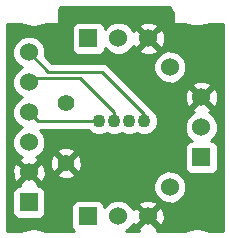
<source format=gtl>
G04 (created by PCBNEW (2013-07-07 BZR 4022)-stable) date 5/1/2015 4:40:17 PM*
%MOIN*%
G04 Gerber Fmt 3.4, Leading zero omitted, Abs format*
%FSLAX34Y34*%
G01*
G70*
G90*
G04 APERTURE LIST*
%ADD10C,0.00590551*%
%ADD11C,0.0433071*%
%ADD12R,0.06X0.06*%
%ADD13C,0.06*%
%ADD14C,0.055*%
%ADD15C,0.01*%
G04 APERTURE END LIST*
G54D10*
G54D11*
X15342Y-12038D03*
X14842Y-12038D03*
X14342Y-12038D03*
X13842Y-12038D03*
G54D12*
X13480Y-9288D03*
G54D13*
X14480Y-9288D03*
X15480Y-9288D03*
G54D12*
X13468Y-15220D03*
G54D13*
X14468Y-15220D03*
X15468Y-15220D03*
G54D12*
X17250Y-13250D03*
G54D13*
X17250Y-12250D03*
X17250Y-11250D03*
G54D12*
X11500Y-14750D03*
G54D13*
X11500Y-13750D03*
X11500Y-12750D03*
X11500Y-11750D03*
X11500Y-10750D03*
X11500Y-9750D03*
G54D14*
X12726Y-13440D03*
X12726Y-11440D03*
G54D13*
X16200Y-14240D03*
X16200Y-10240D03*
G54D15*
X13842Y-12038D02*
X11788Y-12038D01*
X11788Y-12038D02*
X11500Y-11750D01*
X14342Y-12038D02*
X14342Y-11732D01*
X11650Y-10600D02*
X11500Y-10750D01*
X13210Y-10600D02*
X11650Y-10600D01*
X14342Y-11732D02*
X13210Y-10600D01*
X13902Y-10399D02*
X12149Y-10399D01*
X12149Y-10399D02*
X11500Y-9750D01*
X15342Y-12038D02*
X15342Y-11806D01*
X13935Y-10399D02*
X13902Y-10399D01*
X15342Y-11806D02*
X13935Y-10399D01*
G54D10*
G36*
X17980Y-15700D02*
X17804Y-15700D01*
X17804Y-11331D01*
X17793Y-11113D01*
X17731Y-10962D01*
X17635Y-10934D01*
X17565Y-11005D01*
X17565Y-10864D01*
X17537Y-10768D01*
X17331Y-10695D01*
X17113Y-10706D01*
X16962Y-10768D01*
X16934Y-10864D01*
X17250Y-11179D01*
X17565Y-10864D01*
X17565Y-11005D01*
X17320Y-11250D01*
X17635Y-11565D01*
X17731Y-11537D01*
X17804Y-11331D01*
X17804Y-15700D01*
X17800Y-15700D01*
X17800Y-12141D01*
X17716Y-11938D01*
X17561Y-11784D01*
X17486Y-11752D01*
X17537Y-11731D01*
X17565Y-11635D01*
X17250Y-11320D01*
X17179Y-11391D01*
X17179Y-11250D01*
X16864Y-10934D01*
X16768Y-10962D01*
X16750Y-11014D01*
X16750Y-10131D01*
X16666Y-9928D01*
X16511Y-9774D01*
X16309Y-9690D01*
X16091Y-9689D01*
X16034Y-9713D01*
X16034Y-9369D01*
X16023Y-9151D01*
X15961Y-9000D01*
X15865Y-8972D01*
X15795Y-9043D01*
X15795Y-8902D01*
X15767Y-8806D01*
X15561Y-8733D01*
X15343Y-8744D01*
X15192Y-8806D01*
X15164Y-8902D01*
X15480Y-9217D01*
X15795Y-8902D01*
X15795Y-9043D01*
X15550Y-9288D01*
X15865Y-9603D01*
X15961Y-9575D01*
X16034Y-9369D01*
X16034Y-9713D01*
X15888Y-9773D01*
X15795Y-9866D01*
X15795Y-9673D01*
X15480Y-9358D01*
X15409Y-9429D01*
X15409Y-9288D01*
X15094Y-8972D01*
X14998Y-9000D01*
X14979Y-9055D01*
X14946Y-8976D01*
X14791Y-8822D01*
X14589Y-8738D01*
X14371Y-8737D01*
X14168Y-8821D01*
X14030Y-8960D01*
X14030Y-8938D01*
X13992Y-8846D01*
X13921Y-8776D01*
X13829Y-8738D01*
X13730Y-8737D01*
X13130Y-8737D01*
X13038Y-8775D01*
X12968Y-8846D01*
X12930Y-8938D01*
X12929Y-9037D01*
X12929Y-9637D01*
X12967Y-9729D01*
X13038Y-9799D01*
X13130Y-9837D01*
X13229Y-9838D01*
X13829Y-9838D01*
X13921Y-9800D01*
X13991Y-9729D01*
X14029Y-9637D01*
X14029Y-9615D01*
X14168Y-9753D01*
X14370Y-9837D01*
X14588Y-9838D01*
X14791Y-9754D01*
X14945Y-9599D01*
X14977Y-9524D01*
X14998Y-9575D01*
X15094Y-9603D01*
X15409Y-9288D01*
X15409Y-9429D01*
X15164Y-9673D01*
X15192Y-9769D01*
X15398Y-9842D01*
X15616Y-9831D01*
X15767Y-9769D01*
X15795Y-9673D01*
X15795Y-9866D01*
X15734Y-9928D01*
X15650Y-10130D01*
X15649Y-10348D01*
X15733Y-10551D01*
X15888Y-10705D01*
X16090Y-10789D01*
X16308Y-10790D01*
X16511Y-10706D01*
X16665Y-10551D01*
X16749Y-10349D01*
X16750Y-10131D01*
X16750Y-11014D01*
X16695Y-11168D01*
X16706Y-11386D01*
X16768Y-11537D01*
X16864Y-11565D01*
X17179Y-11250D01*
X17179Y-11391D01*
X16934Y-11635D01*
X16962Y-11731D01*
X17017Y-11750D01*
X16938Y-11783D01*
X16784Y-11938D01*
X16700Y-12140D01*
X16699Y-12358D01*
X16783Y-12561D01*
X16922Y-12699D01*
X16900Y-12699D01*
X16808Y-12737D01*
X16738Y-12808D01*
X16700Y-12900D01*
X16699Y-12999D01*
X16699Y-13599D01*
X16737Y-13691D01*
X16808Y-13761D01*
X16900Y-13799D01*
X16999Y-13800D01*
X17599Y-13800D01*
X17691Y-13762D01*
X17761Y-13691D01*
X17799Y-13599D01*
X17800Y-13500D01*
X17800Y-12900D01*
X17762Y-12808D01*
X17691Y-12738D01*
X17599Y-12700D01*
X17577Y-12700D01*
X17715Y-12561D01*
X17799Y-12359D01*
X17800Y-12141D01*
X17800Y-15700D01*
X17503Y-15700D01*
X17410Y-15661D01*
X17409Y-15661D01*
X17153Y-15610D01*
X17152Y-15610D01*
X17047Y-15610D01*
X16788Y-15661D01*
X16750Y-15678D01*
X16750Y-14131D01*
X16666Y-13928D01*
X16511Y-13774D01*
X16309Y-13690D01*
X16091Y-13689D01*
X15888Y-13773D01*
X15808Y-13853D01*
X15808Y-11945D01*
X15737Y-11774D01*
X15606Y-11642D01*
X15579Y-11631D01*
X15554Y-11593D01*
X15554Y-11593D01*
X14148Y-10187D01*
X14050Y-10122D01*
X13935Y-10099D01*
X13902Y-10099D01*
X12274Y-10099D01*
X12045Y-9871D01*
X12049Y-9859D01*
X12050Y-9641D01*
X11966Y-9438D01*
X11811Y-9284D01*
X11609Y-9200D01*
X11391Y-9199D01*
X11188Y-9283D01*
X11034Y-9438D01*
X10950Y-9640D01*
X10949Y-9858D01*
X11033Y-10061D01*
X11188Y-10215D01*
X11269Y-10249D01*
X11188Y-10283D01*
X11034Y-10438D01*
X10950Y-10640D01*
X10949Y-10858D01*
X11033Y-11061D01*
X11188Y-11215D01*
X11269Y-11249D01*
X11188Y-11283D01*
X11034Y-11438D01*
X10950Y-11640D01*
X10949Y-11858D01*
X11033Y-12061D01*
X11188Y-12215D01*
X11269Y-12249D01*
X11188Y-12283D01*
X11034Y-12438D01*
X10950Y-12640D01*
X10949Y-12858D01*
X11033Y-13061D01*
X11188Y-13215D01*
X11263Y-13247D01*
X11212Y-13268D01*
X11184Y-13364D01*
X11500Y-13679D01*
X11815Y-13364D01*
X11787Y-13268D01*
X11732Y-13249D01*
X11811Y-13216D01*
X11965Y-13061D01*
X12049Y-12859D01*
X12050Y-12641D01*
X11966Y-12438D01*
X11865Y-12338D01*
X13482Y-12338D01*
X13577Y-12433D01*
X13748Y-12504D01*
X13934Y-12504D01*
X14092Y-12439D01*
X14248Y-12504D01*
X14434Y-12504D01*
X14592Y-12439D01*
X14748Y-12504D01*
X14934Y-12504D01*
X15092Y-12439D01*
X15248Y-12504D01*
X15434Y-12504D01*
X15605Y-12433D01*
X15737Y-12302D01*
X15808Y-12131D01*
X15808Y-11945D01*
X15808Y-13853D01*
X15734Y-13928D01*
X15650Y-14130D01*
X15649Y-14348D01*
X15733Y-14551D01*
X15888Y-14705D01*
X16090Y-14789D01*
X16308Y-14790D01*
X16511Y-14706D01*
X16665Y-14551D01*
X16749Y-14349D01*
X16750Y-14131D01*
X16750Y-15678D01*
X16697Y-15700D01*
X16022Y-15700D01*
X16022Y-15301D01*
X16011Y-15083D01*
X15949Y-14932D01*
X15853Y-14904D01*
X15783Y-14975D01*
X15783Y-14834D01*
X15755Y-14738D01*
X15549Y-14665D01*
X15331Y-14676D01*
X15180Y-14738D01*
X15152Y-14834D01*
X15468Y-15149D01*
X15783Y-14834D01*
X15783Y-14975D01*
X15538Y-15220D01*
X15853Y-15535D01*
X15949Y-15507D01*
X16022Y-15301D01*
X16022Y-15700D01*
X15756Y-15700D01*
X15783Y-15605D01*
X15468Y-15290D01*
X15152Y-15605D01*
X15179Y-15700D01*
X14746Y-15700D01*
X14779Y-15686D01*
X14933Y-15531D01*
X14965Y-15456D01*
X14986Y-15507D01*
X15082Y-15535D01*
X15397Y-15220D01*
X15082Y-14904D01*
X14986Y-14932D01*
X14967Y-14987D01*
X14934Y-14908D01*
X14779Y-14754D01*
X14577Y-14670D01*
X14359Y-14669D01*
X14156Y-14753D01*
X14018Y-14892D01*
X14018Y-14870D01*
X13980Y-14778D01*
X13909Y-14708D01*
X13817Y-14670D01*
X13718Y-14669D01*
X13255Y-14669D01*
X13255Y-13515D01*
X13244Y-13307D01*
X13186Y-13167D01*
X13093Y-13142D01*
X13023Y-13213D01*
X13023Y-13072D01*
X12998Y-12979D01*
X12801Y-12910D01*
X12593Y-12921D01*
X12453Y-12979D01*
X12428Y-13072D01*
X12726Y-13369D01*
X13023Y-13072D01*
X13023Y-13213D01*
X12796Y-13440D01*
X13093Y-13737D01*
X13186Y-13712D01*
X13255Y-13515D01*
X13255Y-14669D01*
X13118Y-14669D01*
X13026Y-14707D01*
X13023Y-14711D01*
X13023Y-13807D01*
X12726Y-13510D01*
X12655Y-13581D01*
X12655Y-13440D01*
X12358Y-13142D01*
X12265Y-13167D01*
X12196Y-13364D01*
X12207Y-13572D01*
X12265Y-13712D01*
X12358Y-13737D01*
X12655Y-13440D01*
X12655Y-13581D01*
X12428Y-13807D01*
X12453Y-13900D01*
X12650Y-13969D01*
X12858Y-13958D01*
X12998Y-13900D01*
X13023Y-13807D01*
X13023Y-14711D01*
X12956Y-14778D01*
X12918Y-14870D01*
X12917Y-14969D01*
X12917Y-15569D01*
X12955Y-15661D01*
X12994Y-15700D01*
X12054Y-15700D01*
X12054Y-13831D01*
X12043Y-13613D01*
X11981Y-13462D01*
X11885Y-13434D01*
X11570Y-13750D01*
X11885Y-14065D01*
X11981Y-14037D01*
X12054Y-13831D01*
X12054Y-15700D01*
X12053Y-15700D01*
X12050Y-15698D01*
X12050Y-15000D01*
X12050Y-14400D01*
X12012Y-14308D01*
X11941Y-14238D01*
X11849Y-14200D01*
X11796Y-14199D01*
X11815Y-14135D01*
X11500Y-13820D01*
X11429Y-13891D01*
X11429Y-13750D01*
X11114Y-13434D01*
X11018Y-13462D01*
X10945Y-13668D01*
X10956Y-13886D01*
X11018Y-14037D01*
X11114Y-14065D01*
X11429Y-13750D01*
X11429Y-13891D01*
X11184Y-14135D01*
X11203Y-14199D01*
X11150Y-14199D01*
X11058Y-14237D01*
X10988Y-14308D01*
X10950Y-14400D01*
X10949Y-14499D01*
X10949Y-15099D01*
X10987Y-15191D01*
X11058Y-15261D01*
X11150Y-15299D01*
X11249Y-15300D01*
X11849Y-15300D01*
X11941Y-15262D01*
X12011Y-15191D01*
X12049Y-15099D01*
X12050Y-15000D01*
X12050Y-15698D01*
X11960Y-15661D01*
X11959Y-15661D01*
X11703Y-15610D01*
X11702Y-15610D01*
X11597Y-15610D01*
X11338Y-15661D01*
X11247Y-15700D01*
X10769Y-15700D01*
X10769Y-8800D01*
X11237Y-8800D01*
X11240Y-8801D01*
X11241Y-8802D01*
X11338Y-8843D01*
X11597Y-8894D01*
X11702Y-8894D01*
X11703Y-8894D01*
X11959Y-8843D01*
X11960Y-8843D01*
X12057Y-8802D01*
X12062Y-8800D01*
X12516Y-8800D01*
X12516Y-8319D01*
X12538Y-8266D01*
X12542Y-8246D01*
X16205Y-8246D01*
X16206Y-8254D01*
X16206Y-8255D01*
X16247Y-8352D01*
X16308Y-8444D01*
X16308Y-8800D01*
X16704Y-8800D01*
X16783Y-8833D01*
X16984Y-8873D01*
X17033Y-8883D01*
X17033Y-8883D01*
X17037Y-8883D01*
X17042Y-8884D01*
X17103Y-8884D01*
X17138Y-8885D01*
X17141Y-8884D01*
X17147Y-8884D01*
X17148Y-8884D01*
X17202Y-8873D01*
X17395Y-8838D01*
X17395Y-8838D01*
X17491Y-8800D01*
X17980Y-8800D01*
X17980Y-15700D01*
X17980Y-15700D01*
G37*
G54D15*
X17980Y-15700D02*
X17804Y-15700D01*
X17804Y-11331D01*
X17793Y-11113D01*
X17731Y-10962D01*
X17635Y-10934D01*
X17565Y-11005D01*
X17565Y-10864D01*
X17537Y-10768D01*
X17331Y-10695D01*
X17113Y-10706D01*
X16962Y-10768D01*
X16934Y-10864D01*
X17250Y-11179D01*
X17565Y-10864D01*
X17565Y-11005D01*
X17320Y-11250D01*
X17635Y-11565D01*
X17731Y-11537D01*
X17804Y-11331D01*
X17804Y-15700D01*
X17800Y-15700D01*
X17800Y-12141D01*
X17716Y-11938D01*
X17561Y-11784D01*
X17486Y-11752D01*
X17537Y-11731D01*
X17565Y-11635D01*
X17250Y-11320D01*
X17179Y-11391D01*
X17179Y-11250D01*
X16864Y-10934D01*
X16768Y-10962D01*
X16750Y-11014D01*
X16750Y-10131D01*
X16666Y-9928D01*
X16511Y-9774D01*
X16309Y-9690D01*
X16091Y-9689D01*
X16034Y-9713D01*
X16034Y-9369D01*
X16023Y-9151D01*
X15961Y-9000D01*
X15865Y-8972D01*
X15795Y-9043D01*
X15795Y-8902D01*
X15767Y-8806D01*
X15561Y-8733D01*
X15343Y-8744D01*
X15192Y-8806D01*
X15164Y-8902D01*
X15480Y-9217D01*
X15795Y-8902D01*
X15795Y-9043D01*
X15550Y-9288D01*
X15865Y-9603D01*
X15961Y-9575D01*
X16034Y-9369D01*
X16034Y-9713D01*
X15888Y-9773D01*
X15795Y-9866D01*
X15795Y-9673D01*
X15480Y-9358D01*
X15409Y-9429D01*
X15409Y-9288D01*
X15094Y-8972D01*
X14998Y-9000D01*
X14979Y-9055D01*
X14946Y-8976D01*
X14791Y-8822D01*
X14589Y-8738D01*
X14371Y-8737D01*
X14168Y-8821D01*
X14030Y-8960D01*
X14030Y-8938D01*
X13992Y-8846D01*
X13921Y-8776D01*
X13829Y-8738D01*
X13730Y-8737D01*
X13130Y-8737D01*
X13038Y-8775D01*
X12968Y-8846D01*
X12930Y-8938D01*
X12929Y-9037D01*
X12929Y-9637D01*
X12967Y-9729D01*
X13038Y-9799D01*
X13130Y-9837D01*
X13229Y-9838D01*
X13829Y-9838D01*
X13921Y-9800D01*
X13991Y-9729D01*
X14029Y-9637D01*
X14029Y-9615D01*
X14168Y-9753D01*
X14370Y-9837D01*
X14588Y-9838D01*
X14791Y-9754D01*
X14945Y-9599D01*
X14977Y-9524D01*
X14998Y-9575D01*
X15094Y-9603D01*
X15409Y-9288D01*
X15409Y-9429D01*
X15164Y-9673D01*
X15192Y-9769D01*
X15398Y-9842D01*
X15616Y-9831D01*
X15767Y-9769D01*
X15795Y-9673D01*
X15795Y-9866D01*
X15734Y-9928D01*
X15650Y-10130D01*
X15649Y-10348D01*
X15733Y-10551D01*
X15888Y-10705D01*
X16090Y-10789D01*
X16308Y-10790D01*
X16511Y-10706D01*
X16665Y-10551D01*
X16749Y-10349D01*
X16750Y-10131D01*
X16750Y-11014D01*
X16695Y-11168D01*
X16706Y-11386D01*
X16768Y-11537D01*
X16864Y-11565D01*
X17179Y-11250D01*
X17179Y-11391D01*
X16934Y-11635D01*
X16962Y-11731D01*
X17017Y-11750D01*
X16938Y-11783D01*
X16784Y-11938D01*
X16700Y-12140D01*
X16699Y-12358D01*
X16783Y-12561D01*
X16922Y-12699D01*
X16900Y-12699D01*
X16808Y-12737D01*
X16738Y-12808D01*
X16700Y-12900D01*
X16699Y-12999D01*
X16699Y-13599D01*
X16737Y-13691D01*
X16808Y-13761D01*
X16900Y-13799D01*
X16999Y-13800D01*
X17599Y-13800D01*
X17691Y-13762D01*
X17761Y-13691D01*
X17799Y-13599D01*
X17800Y-13500D01*
X17800Y-12900D01*
X17762Y-12808D01*
X17691Y-12738D01*
X17599Y-12700D01*
X17577Y-12700D01*
X17715Y-12561D01*
X17799Y-12359D01*
X17800Y-12141D01*
X17800Y-15700D01*
X17503Y-15700D01*
X17410Y-15661D01*
X17409Y-15661D01*
X17153Y-15610D01*
X17152Y-15610D01*
X17047Y-15610D01*
X16788Y-15661D01*
X16750Y-15678D01*
X16750Y-14131D01*
X16666Y-13928D01*
X16511Y-13774D01*
X16309Y-13690D01*
X16091Y-13689D01*
X15888Y-13773D01*
X15808Y-13853D01*
X15808Y-11945D01*
X15737Y-11774D01*
X15606Y-11642D01*
X15579Y-11631D01*
X15554Y-11593D01*
X15554Y-11593D01*
X14148Y-10187D01*
X14050Y-10122D01*
X13935Y-10099D01*
X13902Y-10099D01*
X12274Y-10099D01*
X12045Y-9871D01*
X12049Y-9859D01*
X12050Y-9641D01*
X11966Y-9438D01*
X11811Y-9284D01*
X11609Y-9200D01*
X11391Y-9199D01*
X11188Y-9283D01*
X11034Y-9438D01*
X10950Y-9640D01*
X10949Y-9858D01*
X11033Y-10061D01*
X11188Y-10215D01*
X11269Y-10249D01*
X11188Y-10283D01*
X11034Y-10438D01*
X10950Y-10640D01*
X10949Y-10858D01*
X11033Y-11061D01*
X11188Y-11215D01*
X11269Y-11249D01*
X11188Y-11283D01*
X11034Y-11438D01*
X10950Y-11640D01*
X10949Y-11858D01*
X11033Y-12061D01*
X11188Y-12215D01*
X11269Y-12249D01*
X11188Y-12283D01*
X11034Y-12438D01*
X10950Y-12640D01*
X10949Y-12858D01*
X11033Y-13061D01*
X11188Y-13215D01*
X11263Y-13247D01*
X11212Y-13268D01*
X11184Y-13364D01*
X11500Y-13679D01*
X11815Y-13364D01*
X11787Y-13268D01*
X11732Y-13249D01*
X11811Y-13216D01*
X11965Y-13061D01*
X12049Y-12859D01*
X12050Y-12641D01*
X11966Y-12438D01*
X11865Y-12338D01*
X13482Y-12338D01*
X13577Y-12433D01*
X13748Y-12504D01*
X13934Y-12504D01*
X14092Y-12439D01*
X14248Y-12504D01*
X14434Y-12504D01*
X14592Y-12439D01*
X14748Y-12504D01*
X14934Y-12504D01*
X15092Y-12439D01*
X15248Y-12504D01*
X15434Y-12504D01*
X15605Y-12433D01*
X15737Y-12302D01*
X15808Y-12131D01*
X15808Y-11945D01*
X15808Y-13853D01*
X15734Y-13928D01*
X15650Y-14130D01*
X15649Y-14348D01*
X15733Y-14551D01*
X15888Y-14705D01*
X16090Y-14789D01*
X16308Y-14790D01*
X16511Y-14706D01*
X16665Y-14551D01*
X16749Y-14349D01*
X16750Y-14131D01*
X16750Y-15678D01*
X16697Y-15700D01*
X16022Y-15700D01*
X16022Y-15301D01*
X16011Y-15083D01*
X15949Y-14932D01*
X15853Y-14904D01*
X15783Y-14975D01*
X15783Y-14834D01*
X15755Y-14738D01*
X15549Y-14665D01*
X15331Y-14676D01*
X15180Y-14738D01*
X15152Y-14834D01*
X15468Y-15149D01*
X15783Y-14834D01*
X15783Y-14975D01*
X15538Y-15220D01*
X15853Y-15535D01*
X15949Y-15507D01*
X16022Y-15301D01*
X16022Y-15700D01*
X15756Y-15700D01*
X15783Y-15605D01*
X15468Y-15290D01*
X15152Y-15605D01*
X15179Y-15700D01*
X14746Y-15700D01*
X14779Y-15686D01*
X14933Y-15531D01*
X14965Y-15456D01*
X14986Y-15507D01*
X15082Y-15535D01*
X15397Y-15220D01*
X15082Y-14904D01*
X14986Y-14932D01*
X14967Y-14987D01*
X14934Y-14908D01*
X14779Y-14754D01*
X14577Y-14670D01*
X14359Y-14669D01*
X14156Y-14753D01*
X14018Y-14892D01*
X14018Y-14870D01*
X13980Y-14778D01*
X13909Y-14708D01*
X13817Y-14670D01*
X13718Y-14669D01*
X13255Y-14669D01*
X13255Y-13515D01*
X13244Y-13307D01*
X13186Y-13167D01*
X13093Y-13142D01*
X13023Y-13213D01*
X13023Y-13072D01*
X12998Y-12979D01*
X12801Y-12910D01*
X12593Y-12921D01*
X12453Y-12979D01*
X12428Y-13072D01*
X12726Y-13369D01*
X13023Y-13072D01*
X13023Y-13213D01*
X12796Y-13440D01*
X13093Y-13737D01*
X13186Y-13712D01*
X13255Y-13515D01*
X13255Y-14669D01*
X13118Y-14669D01*
X13026Y-14707D01*
X13023Y-14711D01*
X13023Y-13807D01*
X12726Y-13510D01*
X12655Y-13581D01*
X12655Y-13440D01*
X12358Y-13142D01*
X12265Y-13167D01*
X12196Y-13364D01*
X12207Y-13572D01*
X12265Y-13712D01*
X12358Y-13737D01*
X12655Y-13440D01*
X12655Y-13581D01*
X12428Y-13807D01*
X12453Y-13900D01*
X12650Y-13969D01*
X12858Y-13958D01*
X12998Y-13900D01*
X13023Y-13807D01*
X13023Y-14711D01*
X12956Y-14778D01*
X12918Y-14870D01*
X12917Y-14969D01*
X12917Y-15569D01*
X12955Y-15661D01*
X12994Y-15700D01*
X12054Y-15700D01*
X12054Y-13831D01*
X12043Y-13613D01*
X11981Y-13462D01*
X11885Y-13434D01*
X11570Y-13750D01*
X11885Y-14065D01*
X11981Y-14037D01*
X12054Y-13831D01*
X12054Y-15700D01*
X12053Y-15700D01*
X12050Y-15698D01*
X12050Y-15000D01*
X12050Y-14400D01*
X12012Y-14308D01*
X11941Y-14238D01*
X11849Y-14200D01*
X11796Y-14199D01*
X11815Y-14135D01*
X11500Y-13820D01*
X11429Y-13891D01*
X11429Y-13750D01*
X11114Y-13434D01*
X11018Y-13462D01*
X10945Y-13668D01*
X10956Y-13886D01*
X11018Y-14037D01*
X11114Y-14065D01*
X11429Y-13750D01*
X11429Y-13891D01*
X11184Y-14135D01*
X11203Y-14199D01*
X11150Y-14199D01*
X11058Y-14237D01*
X10988Y-14308D01*
X10950Y-14400D01*
X10949Y-14499D01*
X10949Y-15099D01*
X10987Y-15191D01*
X11058Y-15261D01*
X11150Y-15299D01*
X11249Y-15300D01*
X11849Y-15300D01*
X11941Y-15262D01*
X12011Y-15191D01*
X12049Y-15099D01*
X12050Y-15000D01*
X12050Y-15698D01*
X11960Y-15661D01*
X11959Y-15661D01*
X11703Y-15610D01*
X11702Y-15610D01*
X11597Y-15610D01*
X11338Y-15661D01*
X11247Y-15700D01*
X10769Y-15700D01*
X10769Y-8800D01*
X11237Y-8800D01*
X11240Y-8801D01*
X11241Y-8802D01*
X11338Y-8843D01*
X11597Y-8894D01*
X11702Y-8894D01*
X11703Y-8894D01*
X11959Y-8843D01*
X11960Y-8843D01*
X12057Y-8802D01*
X12062Y-8800D01*
X12516Y-8800D01*
X12516Y-8319D01*
X12538Y-8266D01*
X12542Y-8246D01*
X16205Y-8246D01*
X16206Y-8254D01*
X16206Y-8255D01*
X16247Y-8352D01*
X16308Y-8444D01*
X16308Y-8800D01*
X16704Y-8800D01*
X16783Y-8833D01*
X16984Y-8873D01*
X17033Y-8883D01*
X17033Y-8883D01*
X17037Y-8883D01*
X17042Y-8884D01*
X17103Y-8884D01*
X17138Y-8885D01*
X17141Y-8884D01*
X17147Y-8884D01*
X17148Y-8884D01*
X17202Y-8873D01*
X17395Y-8838D01*
X17395Y-8838D01*
X17491Y-8800D01*
X17980Y-8800D01*
X17980Y-15700D01*
M02*

</source>
